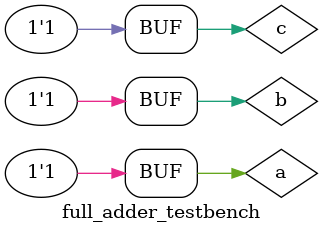
<source format=v>
module full_adder(sum,carry,a,b,c);
input a,b,c;
output sum,carry;
wire a,b,c;
reg sum,carry;
always @(a,b,c)
begin
sum=a^b^c;
  carry=(a&b)|(b&c)|(c&a);
end
endmodule


// testbench
module full_adder_testbench;
reg a,b,c;
wire sum,carry;
full_adder uut(.a(a),.b(b),.c(c),.sum(sum),.carry(carry));
initial begin
  $display ("time\t a b c| sum carry");
  $monitor ("%0t\t %b %b %b| %b %b",$time,a,b,c,sum,carry);
#10;a=0;b=0;c=0;
#10;a=0;b=0;c=1;
#10;a=0;b=1;c=0;
#10;a=0;b=1;c=1;
#10;a=1;b=0;c=0;
#10;a=1;b=0;c=1;
#10;a=1;b=1;c=0;
#10;a=1;b=1;c=1;
                                                                                                                                               
end
endmodule

</source>
